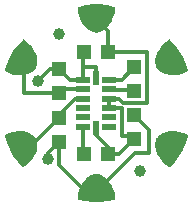
<source format=gbr>
G04 EAGLE Gerber RS-274X export*
G75*
%MOMM*%
%FSLAX34Y34*%
%LPD*%
%INTop Copper*%
%IPPOS*%
%AMOC8*
5,1,8,0,0,1.08239X$1,22.5*%
G01*
%ADD10R,1.300000X1.200000*%
%ADD11C,1.000000*%
%ADD12C,2.184400*%
%ADD13R,1.200000X0.500000*%
%ADD14R,0.500000X1.200000*%
%ADD15R,1.200000X1.300000*%
%ADD16C,0.304800*%
%ADD17C,1.008000*%

G36*
X3062Y-83644D02*
X3062Y-83644D01*
X3099Y-83646D01*
X9133Y-83012D01*
X9160Y-83004D01*
X9198Y-83002D01*
X15132Y-81740D01*
X15154Y-81731D01*
X15178Y-81729D01*
X15257Y-81689D01*
X15340Y-81656D01*
X15357Y-81640D01*
X15378Y-81629D01*
X15411Y-81595D01*
X15413Y-81593D01*
X15422Y-81583D01*
X15439Y-81564D01*
X15505Y-81504D01*
X15516Y-81483D01*
X15532Y-81465D01*
X15548Y-81427D01*
X15555Y-81419D01*
X15568Y-81381D01*
X15607Y-81304D01*
X15610Y-81281D01*
X15619Y-81259D01*
X15622Y-81221D01*
X15627Y-81206D01*
X15626Y-81167D01*
X15630Y-81111D01*
X15633Y-81081D01*
X15632Y-81077D01*
X15632Y-81072D01*
X15345Y-77313D01*
X15334Y-77273D01*
X15329Y-77215D01*
X14457Y-73548D01*
X14440Y-73510D01*
X14426Y-73453D01*
X12991Y-69968D01*
X12969Y-69933D01*
X12946Y-69879D01*
X10983Y-66661D01*
X10956Y-66630D01*
X10925Y-66580D01*
X8483Y-63709D01*
X8445Y-63678D01*
X8389Y-63619D01*
X6603Y-62233D01*
X6578Y-62220D01*
X6574Y-62215D01*
X6563Y-62210D01*
X6535Y-62187D01*
X4583Y-61046D01*
X4550Y-61034D01*
X4509Y-61009D01*
X2426Y-60132D01*
X2391Y-60125D01*
X2347Y-60105D01*
X168Y-59508D01*
X92Y-59502D01*
X19Y-59486D01*
X-24Y-59491D01*
X-56Y-59488D01*
X-100Y-59500D01*
X-168Y-59508D01*
X-2347Y-60105D01*
X-2379Y-60121D01*
X-2426Y-60132D01*
X-4509Y-61009D01*
X-4539Y-61028D01*
X-4583Y-61046D01*
X-6535Y-62187D01*
X-6561Y-62210D01*
X-6603Y-62233D01*
X-8389Y-63619D01*
X-8422Y-63656D01*
X-8483Y-63709D01*
X-10925Y-66580D01*
X-10946Y-66616D01*
X-10983Y-66661D01*
X-12946Y-69879D01*
X-12961Y-69917D01*
X-12991Y-69968D01*
X-14426Y-73453D01*
X-14435Y-73494D01*
X-14457Y-73548D01*
X-15329Y-77215D01*
X-15331Y-77256D01*
X-15345Y-77313D01*
X-15632Y-81072D01*
X-15630Y-81095D01*
X-15634Y-81119D01*
X-15622Y-81190D01*
X-15620Y-81243D01*
X-15613Y-81260D01*
X-15610Y-81295D01*
X-15599Y-81316D01*
X-15595Y-81340D01*
X-15550Y-81416D01*
X-15550Y-81417D01*
X-15536Y-81451D01*
X-15529Y-81458D01*
X-15511Y-81496D01*
X-15493Y-81513D01*
X-15481Y-81533D01*
X-15413Y-81589D01*
X-15391Y-81610D01*
X-15384Y-81617D01*
X-15382Y-81618D01*
X-15348Y-81650D01*
X-15326Y-81660D01*
X-15307Y-81675D01*
X-15170Y-81726D01*
X-15141Y-81738D01*
X-15137Y-81739D01*
X-15132Y-81740D01*
X-9198Y-83002D01*
X-9169Y-83003D01*
X-9133Y-83012D01*
X-3099Y-83646D01*
X-3071Y-83644D01*
X-3033Y-83650D01*
X3033Y-83650D01*
X3062Y-83644D01*
G37*
G36*
X-62590Y23819D02*
X-62590Y23819D01*
X-62550Y23827D01*
X-62491Y23829D01*
X-58784Y24508D01*
X-58737Y24525D01*
X-58658Y24544D01*
X-56565Y25398D01*
X-56535Y25417D01*
X-56491Y25434D01*
X-54527Y26554D01*
X-54500Y26576D01*
X-54458Y26599D01*
X-52657Y27965D01*
X-52633Y27991D01*
X-52595Y28020D01*
X-50988Y29609D01*
X-50944Y29671D01*
X-50894Y29727D01*
X-50881Y29757D01*
X-50876Y29764D01*
X-50873Y29772D01*
X-50859Y29793D01*
X-50847Y29837D01*
X-50820Y29899D01*
X-50247Y32086D01*
X-50244Y32121D01*
X-50231Y32167D01*
X-49949Y34410D01*
X-49951Y34445D01*
X-49944Y34492D01*
X-49956Y36752D01*
X-49963Y36787D01*
X-49962Y36835D01*
X-50269Y39074D01*
X-50285Y39121D01*
X-50300Y39201D01*
X-51566Y42752D01*
X-51587Y42787D01*
X-51607Y42842D01*
X-53412Y46151D01*
X-53438Y46183D01*
X-53467Y46235D01*
X-55767Y49220D01*
X-55798Y49248D01*
X-55834Y49294D01*
X-58574Y51883D01*
X-58608Y51905D01*
X-58651Y51945D01*
X-61762Y54074D01*
X-61784Y54084D01*
X-61802Y54099D01*
X-61885Y54129D01*
X-61900Y54136D01*
X-61916Y54144D01*
X-61919Y54144D01*
X-61967Y54166D01*
X-61991Y54167D01*
X-62013Y54175D01*
X-62102Y54175D01*
X-62191Y54181D01*
X-62213Y54174D01*
X-62237Y54174D01*
X-62321Y54142D01*
X-62406Y54117D01*
X-62425Y54102D01*
X-62447Y54094D01*
X-62523Y54032D01*
X-62546Y54018D01*
X-62559Y54001D01*
X-62561Y54000D01*
X-62585Y53982D01*
X-62587Y53978D01*
X-62592Y53975D01*
X-66651Y49467D01*
X-66666Y49442D01*
X-66693Y49415D01*
X-70258Y44507D01*
X-70271Y44481D01*
X-70294Y44452D01*
X-73328Y39198D01*
X-73337Y39171D01*
X-73358Y39139D01*
X-75825Y33597D01*
X-75832Y33569D01*
X-75849Y33535D01*
X-77723Y27766D01*
X-77727Y27742D01*
X-77736Y27720D01*
X-77742Y27632D01*
X-77754Y27543D01*
X-77749Y27520D01*
X-77750Y27496D01*
X-77725Y27411D01*
X-77705Y27324D01*
X-77692Y27304D01*
X-77685Y27282D01*
X-77632Y27211D01*
X-77583Y27136D01*
X-77564Y27122D01*
X-77550Y27103D01*
X-77427Y27020D01*
X-77403Y27002D01*
X-77399Y27001D01*
X-77395Y26998D01*
X-73996Y25368D01*
X-73956Y25357D01*
X-73903Y25332D01*
X-70291Y24254D01*
X-70250Y24249D01*
X-70194Y24233D01*
X-66458Y23733D01*
X-66417Y23735D01*
X-66358Y23728D01*
X-62590Y23819D01*
G37*
G36*
X66399Y23734D02*
X66399Y23734D01*
X66458Y23733D01*
X70194Y24233D01*
X70233Y24246D01*
X70291Y24254D01*
X73903Y25332D01*
X73940Y25351D01*
X73996Y25368D01*
X77395Y26998D01*
X77414Y27012D01*
X77436Y27020D01*
X77504Y27077D01*
X77576Y27129D01*
X77590Y27149D01*
X77608Y27164D01*
X77652Y27241D01*
X77701Y27315D01*
X77707Y27339D01*
X77719Y27359D01*
X77733Y27447D01*
X77753Y27534D01*
X77751Y27557D01*
X77754Y27581D01*
X77730Y27727D01*
X77726Y27756D01*
X77724Y27760D01*
X77723Y27766D01*
X75849Y33535D01*
X75835Y33561D01*
X75825Y33597D01*
X73358Y39139D01*
X73341Y39163D01*
X73328Y39198D01*
X70294Y44452D01*
X70276Y44474D01*
X70258Y44507D01*
X66693Y49415D01*
X66672Y49435D01*
X66651Y49467D01*
X62592Y53975D01*
X62573Y53989D01*
X62559Y54009D01*
X62529Y54029D01*
X62517Y54041D01*
X62484Y54059D01*
X62414Y54112D01*
X62392Y54119D01*
X62372Y54133D01*
X62285Y54153D01*
X62200Y54180D01*
X62176Y54178D01*
X62153Y54184D01*
X62065Y54173D01*
X61976Y54168D01*
X61954Y54159D01*
X61931Y54156D01*
X61883Y54132D01*
X61880Y54132D01*
X61874Y54128D01*
X61798Y54091D01*
X61770Y54079D01*
X61767Y54076D01*
X61762Y54074D01*
X58651Y51945D01*
X58622Y51916D01*
X58574Y51883D01*
X55834Y49294D01*
X55810Y49261D01*
X55767Y49220D01*
X53467Y46235D01*
X53448Y46198D01*
X53412Y46151D01*
X51607Y42842D01*
X51594Y42803D01*
X51566Y42752D01*
X50300Y39201D01*
X50292Y39152D01*
X50269Y39074D01*
X49962Y36835D01*
X49964Y36800D01*
X49956Y36752D01*
X49944Y34492D01*
X49950Y34457D01*
X49949Y34410D01*
X50231Y32167D01*
X50242Y32133D01*
X50247Y32086D01*
X50820Y29899D01*
X50852Y29831D01*
X50875Y29759D01*
X50893Y29735D01*
X50895Y29732D01*
X50901Y29725D01*
X50915Y29696D01*
X50947Y29664D01*
X50988Y29609D01*
X52595Y28020D01*
X52624Y28000D01*
X52657Y27965D01*
X54458Y26599D01*
X54490Y26583D01*
X54527Y26554D01*
X56491Y25434D01*
X56524Y25422D01*
X56565Y25398D01*
X58658Y24544D01*
X58707Y24534D01*
X58784Y24508D01*
X62491Y23829D01*
X62532Y23829D01*
X62590Y23819D01*
X66358Y23728D01*
X66399Y23734D01*
G37*
G36*
X62213Y-54174D02*
X62213Y-54174D01*
X62237Y-54174D01*
X62321Y-54142D01*
X62406Y-54117D01*
X62425Y-54102D01*
X62447Y-54094D01*
X62561Y-54000D01*
X62585Y-53982D01*
X62587Y-53978D01*
X62592Y-53975D01*
X66651Y-49467D01*
X66666Y-49442D01*
X66693Y-49415D01*
X70258Y-44507D01*
X70271Y-44481D01*
X70294Y-44452D01*
X73328Y-39198D01*
X73337Y-39171D01*
X73358Y-39139D01*
X75825Y-33597D01*
X75832Y-33569D01*
X75849Y-33535D01*
X77723Y-27766D01*
X77727Y-27742D01*
X77736Y-27720D01*
X77742Y-27632D01*
X77754Y-27543D01*
X77749Y-27520D01*
X77750Y-27496D01*
X77725Y-27411D01*
X77705Y-27324D01*
X77692Y-27304D01*
X77685Y-27282D01*
X77632Y-27211D01*
X77583Y-27136D01*
X77564Y-27122D01*
X77550Y-27103D01*
X77427Y-27020D01*
X77403Y-27002D01*
X77399Y-27001D01*
X77395Y-26998D01*
X73996Y-25368D01*
X73956Y-25357D01*
X73903Y-25332D01*
X70291Y-24254D01*
X70250Y-24249D01*
X70194Y-24233D01*
X66458Y-23733D01*
X66417Y-23735D01*
X66358Y-23728D01*
X62590Y-23819D01*
X62550Y-23827D01*
X62491Y-23829D01*
X58784Y-24508D01*
X58737Y-24525D01*
X58658Y-24544D01*
X56565Y-25398D01*
X56535Y-25417D01*
X56491Y-25434D01*
X54527Y-26554D01*
X54500Y-26576D01*
X54458Y-26599D01*
X52657Y-27965D01*
X52633Y-27991D01*
X52595Y-28020D01*
X50988Y-29609D01*
X50944Y-29671D01*
X50894Y-29727D01*
X50877Y-29766D01*
X50859Y-29793D01*
X50847Y-29837D01*
X50820Y-29899D01*
X50247Y-32086D01*
X50244Y-32121D01*
X50231Y-32167D01*
X49949Y-34410D01*
X49951Y-34445D01*
X49944Y-34492D01*
X49956Y-36752D01*
X49963Y-36787D01*
X49962Y-36835D01*
X50269Y-39074D01*
X50273Y-39087D01*
X50274Y-39093D01*
X50283Y-39117D01*
X50285Y-39121D01*
X50300Y-39201D01*
X51566Y-42752D01*
X51587Y-42787D01*
X51607Y-42842D01*
X53412Y-46151D01*
X53438Y-46183D01*
X53467Y-46235D01*
X55767Y-49220D01*
X55798Y-49248D01*
X55834Y-49294D01*
X58574Y-51883D01*
X58608Y-51905D01*
X58651Y-51945D01*
X61762Y-54074D01*
X61784Y-54084D01*
X61802Y-54099D01*
X61885Y-54129D01*
X61967Y-54166D01*
X61991Y-54167D01*
X62013Y-54175D01*
X62102Y-54175D01*
X62191Y-54181D01*
X62213Y-54174D01*
G37*
G36*
X-62065Y-54173D02*
X-62065Y-54173D01*
X-61976Y-54168D01*
X-61954Y-54159D01*
X-61931Y-54156D01*
X-61798Y-54091D01*
X-61770Y-54079D01*
X-61767Y-54076D01*
X-61762Y-54074D01*
X-58651Y-51945D01*
X-58622Y-51916D01*
X-58574Y-51883D01*
X-55834Y-49294D01*
X-55810Y-49261D01*
X-55767Y-49220D01*
X-53467Y-46235D01*
X-53448Y-46198D01*
X-53412Y-46151D01*
X-51607Y-42842D01*
X-51594Y-42803D01*
X-51566Y-42752D01*
X-50300Y-39201D01*
X-50292Y-39152D01*
X-50269Y-39074D01*
X-49962Y-36835D01*
X-49964Y-36800D01*
X-49956Y-36752D01*
X-49944Y-34492D01*
X-49950Y-34457D01*
X-49949Y-34410D01*
X-50231Y-32167D01*
X-50242Y-32133D01*
X-50247Y-32086D01*
X-50820Y-29899D01*
X-50852Y-29831D01*
X-50875Y-29759D01*
X-50901Y-29725D01*
X-50915Y-29696D01*
X-50947Y-29664D01*
X-50988Y-29609D01*
X-52595Y-28020D01*
X-52624Y-28000D01*
X-52657Y-27965D01*
X-54458Y-26599D01*
X-54490Y-26583D01*
X-54527Y-26554D01*
X-56491Y-25434D01*
X-56524Y-25422D01*
X-56565Y-25398D01*
X-58658Y-24544D01*
X-58707Y-24534D01*
X-58784Y-24508D01*
X-62491Y-23829D01*
X-62532Y-23829D01*
X-62590Y-23819D01*
X-66358Y-23728D01*
X-66399Y-23734D01*
X-66458Y-23733D01*
X-70194Y-24233D01*
X-70233Y-24246D01*
X-70291Y-24254D01*
X-73903Y-25332D01*
X-73940Y-25351D01*
X-73996Y-25368D01*
X-77395Y-26998D01*
X-77414Y-27012D01*
X-77436Y-27020D01*
X-77504Y-27077D01*
X-77576Y-27129D01*
X-77590Y-27149D01*
X-77608Y-27164D01*
X-77652Y-27241D01*
X-77701Y-27315D01*
X-77707Y-27339D01*
X-77719Y-27359D01*
X-77733Y-27447D01*
X-77753Y-27534D01*
X-77751Y-27557D01*
X-77754Y-27581D01*
X-77730Y-27727D01*
X-77726Y-27756D01*
X-77724Y-27760D01*
X-77723Y-27766D01*
X-75849Y-33535D01*
X-75835Y-33561D01*
X-75825Y-33597D01*
X-73358Y-39139D01*
X-73341Y-39163D01*
X-73328Y-39198D01*
X-70294Y-44452D01*
X-70276Y-44474D01*
X-70258Y-44507D01*
X-66693Y-49415D01*
X-66672Y-49435D01*
X-66651Y-49467D01*
X-62592Y-53975D01*
X-62573Y-53989D01*
X-62559Y-54009D01*
X-62485Y-54058D01*
X-62414Y-54112D01*
X-62392Y-54119D01*
X-62372Y-54133D01*
X-62285Y-54153D01*
X-62200Y-54180D01*
X-62176Y-54178D01*
X-62153Y-54184D01*
X-62065Y-54173D01*
G37*
G36*
X24Y59491D02*
X24Y59491D01*
X56Y59488D01*
X100Y59500D01*
X168Y59508D01*
X2347Y60105D01*
X2379Y60121D01*
X2426Y60132D01*
X4509Y61009D01*
X4539Y61028D01*
X4583Y61046D01*
X6535Y62187D01*
X6561Y62210D01*
X6603Y62233D01*
X8389Y63619D01*
X8422Y63656D01*
X8483Y63709D01*
X10925Y66580D01*
X10946Y66616D01*
X10983Y66661D01*
X12946Y69879D01*
X12961Y69917D01*
X12991Y69968D01*
X14426Y73453D01*
X14435Y73494D01*
X14457Y73548D01*
X15329Y77215D01*
X15331Y77256D01*
X15345Y77313D01*
X15632Y81072D01*
X15630Y81095D01*
X15634Y81119D01*
X15619Y81206D01*
X15610Y81295D01*
X15599Y81316D01*
X15595Y81340D01*
X15550Y81416D01*
X15511Y81496D01*
X15493Y81513D01*
X15481Y81533D01*
X15413Y81589D01*
X15348Y81650D01*
X15326Y81660D01*
X15307Y81675D01*
X15170Y81726D01*
X15141Y81738D01*
X15137Y81739D01*
X15132Y81740D01*
X9198Y83002D01*
X9169Y83003D01*
X9133Y83012D01*
X3099Y83646D01*
X3071Y83644D01*
X3033Y83650D01*
X-3033Y83650D01*
X-3062Y83644D01*
X-3099Y83646D01*
X-9133Y83012D01*
X-9160Y83004D01*
X-9198Y83002D01*
X-15132Y81740D01*
X-15154Y81731D01*
X-15178Y81729D01*
X-15257Y81689D01*
X-15340Y81656D01*
X-15357Y81640D01*
X-15378Y81629D01*
X-15439Y81564D01*
X-15505Y81504D01*
X-15516Y81483D01*
X-15532Y81465D01*
X-15566Y81383D01*
X-15607Y81304D01*
X-15610Y81281D01*
X-15619Y81259D01*
X-15630Y81111D01*
X-15633Y81081D01*
X-15632Y81077D01*
X-15632Y81072D01*
X-15345Y77313D01*
X-15334Y77273D01*
X-15329Y77215D01*
X-14457Y73548D01*
X-14440Y73510D01*
X-14426Y73453D01*
X-12991Y69968D01*
X-12969Y69933D01*
X-12946Y69879D01*
X-10983Y66661D01*
X-10956Y66630D01*
X-10925Y66580D01*
X-8483Y63709D01*
X-8445Y63678D01*
X-8389Y63619D01*
X-6603Y62233D01*
X-6572Y62217D01*
X-6535Y62187D01*
X-4583Y61046D01*
X-4550Y61034D01*
X-4509Y61009D01*
X-2426Y60132D01*
X-2391Y60125D01*
X-2347Y60105D01*
X-168Y59508D01*
X-92Y59502D01*
X-19Y59486D01*
X24Y59491D01*
G37*
D10*
X31750Y-10160D03*
X31750Y-30480D03*
X-31750Y-12700D03*
X-31750Y-33020D03*
X-31750Y8890D03*
X-31750Y29210D03*
D11*
X-31750Y58420D03*
D12*
X60960Y-35560D03*
X-60960Y-35560D03*
X-60960Y35560D03*
X60960Y35560D03*
X0Y-71120D03*
X0Y71120D03*
D11*
X36830Y-57150D03*
D13*
X-11000Y-20000D03*
X-11000Y-12000D03*
X-11000Y-4000D03*
X-11000Y4000D03*
X-11000Y12000D03*
X-11000Y20000D03*
D14*
X0Y21000D03*
D13*
X11000Y20000D03*
X11000Y12000D03*
X11000Y4000D03*
X11000Y-4000D03*
X11000Y-12000D03*
X11000Y-20000D03*
D14*
X0Y-21000D03*
D15*
X-10160Y43180D03*
X10160Y43180D03*
X10160Y-43180D03*
X-10160Y-43180D03*
D10*
X31750Y10160D03*
X31750Y30480D03*
D16*
X10160Y60960D02*
X0Y71120D01*
X10160Y60960D02*
X10160Y43180D01*
X11000Y4000D02*
X11000Y-4000D01*
X10810Y-3810D01*
X0Y-21000D02*
X0Y-26670D01*
X10160Y-36830D01*
X10160Y-43180D01*
X19050Y-43180D01*
X31750Y-30480D01*
X43180Y43180D02*
X10160Y43180D01*
X43180Y43180D02*
X43180Y0D01*
X22860Y0D01*
X18860Y4000D01*
X11000Y4000D01*
X11000Y-4000D02*
X21590Y-4000D01*
X21590Y-27940D01*
X31750Y-27940D01*
X31750Y-30480D01*
X-31750Y-33020D02*
X-31750Y-52070D01*
X-8890Y-74930D01*
X-3810Y-74930D01*
X0Y-71120D01*
X-22540Y20000D02*
X-31750Y29210D01*
X-22540Y20000D02*
X-11000Y20000D01*
X-11000Y42340D02*
X-10160Y43180D01*
X-11000Y42340D02*
X-11000Y30480D01*
X-11000Y20000D01*
X0Y21000D02*
X0Y30480D01*
X-11000Y30480D01*
X-31750Y-33020D02*
X-40640Y-41910D01*
X-40640Y-46990D01*
D17*
X-40640Y-46990D03*
X-49530Y19050D03*
D16*
X-39370Y29210D01*
X-31750Y29210D01*
X31750Y-10160D02*
X44450Y-22860D01*
X44450Y-41910D01*
X33020Y-41910D01*
X3810Y-71120D01*
X0Y-71120D01*
X-54610Y-35560D02*
X-60960Y-35560D01*
X-54610Y-35560D02*
X-31750Y-12700D01*
X-31750Y-10160D01*
X-17780Y3810D01*
X-11190Y3810D01*
X-11000Y4000D01*
X-28640Y12000D02*
X-31750Y8890D01*
X-28640Y12000D02*
X-11000Y12000D01*
X-60960Y8890D02*
X-60960Y35560D01*
X-60960Y8890D02*
X-31750Y8890D01*
X-11000Y-20000D02*
X-11000Y-42340D01*
X-10160Y-43180D01*
X11570Y11430D02*
X11000Y12000D01*
X11570Y11430D02*
X29210Y11430D01*
X31750Y10160D01*
X21270Y20000D02*
X31750Y30480D01*
X21270Y20000D02*
X11000Y20000D01*
M02*

</source>
